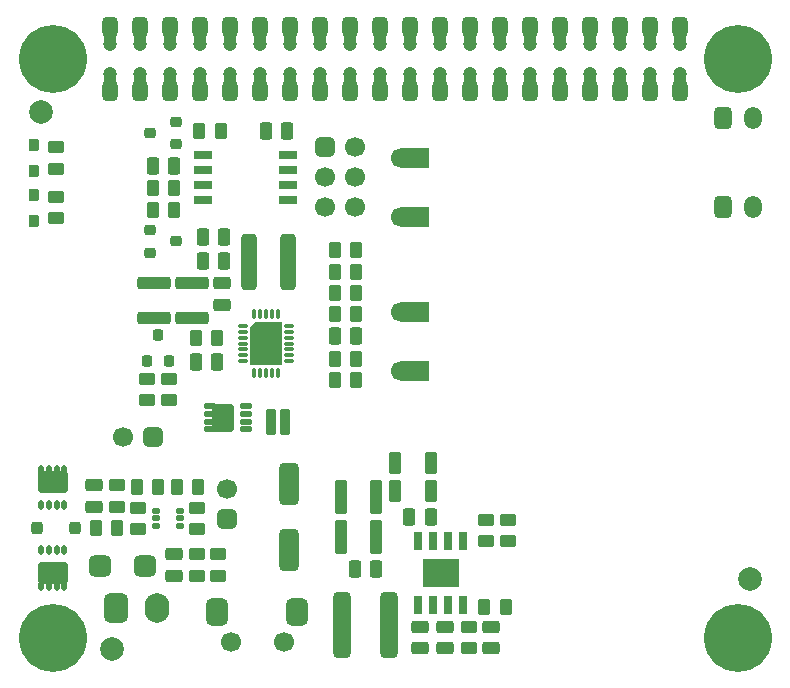
<source format=gts>
G04*
G04 #@! TF.GenerationSoftware,Altium Limited,Altium Designer,19.1.8 (144)*
G04*
G04 Layer_Color=20142*
%FSLAX25Y25*%
%MOIN*%
G70*
G01*
G75*
%ADD14R,0.03937X0.03268*%
G04:AMPARAMS|DCode=15|XSize=35.43mil|YSize=39.37mil|CornerRadius=9.84mil|HoleSize=0mil|Usage=FLASHONLY|Rotation=180.000|XOffset=0mil|YOffset=0mil|HoleType=Round|Shape=RoundedRectangle|*
%AMROUNDEDRECTD15*
21,1,0.03543,0.01968,0,0,180.0*
21,1,0.01575,0.03937,0,0,180.0*
1,1,0.01968,-0.00787,0.00984*
1,1,0.01968,0.00787,0.00984*
1,1,0.01968,0.00787,-0.00984*
1,1,0.01968,-0.00787,-0.00984*
%
%ADD15ROUNDEDRECTD15*%
G04:AMPARAMS|DCode=16|XSize=55.12mil|YSize=43.31mil|CornerRadius=11.81mil|HoleSize=0mil|Usage=FLASHONLY|Rotation=0.000|XOffset=0mil|YOffset=0mil|HoleType=Round|Shape=RoundedRectangle|*
%AMROUNDEDRECTD16*
21,1,0.05512,0.01968,0,0,0.0*
21,1,0.03150,0.04331,0,0,0.0*
1,1,0.02362,0.01575,-0.00984*
1,1,0.02362,-0.01575,-0.00984*
1,1,0.02362,-0.01575,0.00984*
1,1,0.02362,0.01575,0.00984*
%
%ADD16ROUNDEDRECTD16*%
G04:AMPARAMS|DCode=17|XSize=35.43mil|YSize=43.31mil|CornerRadius=9.84mil|HoleSize=0mil|Usage=FLASHONLY|Rotation=180.000|XOffset=0mil|YOffset=0mil|HoleType=Round|Shape=RoundedRectangle|*
%AMROUNDEDRECTD17*
21,1,0.03543,0.02362,0,0,180.0*
21,1,0.01575,0.04331,0,0,180.0*
1,1,0.01968,-0.00787,0.01181*
1,1,0.01968,0.00787,0.01181*
1,1,0.01968,0.00787,-0.01181*
1,1,0.01968,-0.00787,-0.01181*
%
%ADD17ROUNDEDRECTD17*%
G04:AMPARAMS|DCode=18|XSize=59.06mil|YSize=43.31mil|CornerRadius=11.81mil|HoleSize=0mil|Usage=FLASHONLY|Rotation=90.000|XOffset=0mil|YOffset=0mil|HoleType=Round|Shape=RoundedRectangle|*
%AMROUNDEDRECTD18*
21,1,0.05906,0.01968,0,0,90.0*
21,1,0.03543,0.04331,0,0,90.0*
1,1,0.02362,0.00984,0.01772*
1,1,0.02362,0.00984,-0.01772*
1,1,0.02362,-0.00984,-0.01772*
1,1,0.02362,-0.00984,0.01772*
%
%ADD18ROUNDEDRECTD18*%
G04:AMPARAMS|DCode=19|XSize=55.12mil|YSize=43.31mil|CornerRadius=11.81mil|HoleSize=0mil|Usage=FLASHONLY|Rotation=270.000|XOffset=0mil|YOffset=0mil|HoleType=Round|Shape=RoundedRectangle|*
%AMROUNDEDRECTD19*
21,1,0.05512,0.01968,0,0,270.0*
21,1,0.03150,0.04331,0,0,270.0*
1,1,0.02362,-0.00984,-0.01575*
1,1,0.02362,-0.00984,0.01575*
1,1,0.02362,0.00984,0.01575*
1,1,0.02362,0.00984,-0.01575*
%
%ADD19ROUNDEDRECTD19*%
G04:AMPARAMS|DCode=20|XSize=27.56mil|YSize=62.99mil|CornerRadius=7.87mil|HoleSize=0mil|Usage=FLASHONLY|Rotation=90.000|XOffset=0mil|YOffset=0mil|HoleType=Round|Shape=RoundedRectangle|*
%AMROUNDEDRECTD20*
21,1,0.02756,0.04724,0,0,90.0*
21,1,0.01181,0.06299,0,0,90.0*
1,1,0.01575,0.02362,0.00591*
1,1,0.01575,0.02362,-0.00591*
1,1,0.01575,-0.02362,-0.00591*
1,1,0.01575,-0.02362,0.00591*
%
%ADD20ROUNDEDRECTD20*%
G04:AMPARAMS|DCode=21|XSize=35.43mil|YSize=39.37mil|CornerRadius=9.84mil|HoleSize=0mil|Usage=FLASHONLY|Rotation=90.000|XOffset=0mil|YOffset=0mil|HoleType=Round|Shape=RoundedRectangle|*
%AMROUNDEDRECTD21*
21,1,0.03543,0.01968,0,0,90.0*
21,1,0.01575,0.03937,0,0,90.0*
1,1,0.01968,0.00984,0.00787*
1,1,0.01968,0.00984,-0.00787*
1,1,0.01968,-0.00984,-0.00787*
1,1,0.01968,-0.00984,0.00787*
%
%ADD21ROUNDEDRECTD21*%
%ADD22R,0.06299X0.10630*%
%ADD23O,0.01378X0.03347*%
%ADD24O,0.03347X0.01378*%
%ADD25R,0.12205X0.09449*%
G04:AMPARAMS|DCode=26|XSize=27.56mil|YSize=62.99mil|CornerRadius=7.87mil|HoleSize=0mil|Usage=FLASHONLY|Rotation=180.000|XOffset=0mil|YOffset=0mil|HoleType=Round|Shape=RoundedRectangle|*
%AMROUNDEDRECTD26*
21,1,0.02756,0.04724,0,0,180.0*
21,1,0.01181,0.06299,0,0,180.0*
1,1,0.01575,-0.00591,0.02362*
1,1,0.01575,0.00591,0.02362*
1,1,0.01575,0.00591,-0.02362*
1,1,0.01575,-0.00591,-0.02362*
%
%ADD26ROUNDEDRECTD26*%
G04:AMPARAMS|DCode=27|XSize=19.68mil|YSize=43.31mil|CornerRadius=5.91mil|HoleSize=0mil|Usage=FLASHONLY|Rotation=270.000|XOffset=0mil|YOffset=0mil|HoleType=Round|Shape=RoundedRectangle|*
%AMROUNDEDRECTD27*
21,1,0.01968,0.03150,0,0,270.0*
21,1,0.00787,0.04331,0,0,270.0*
1,1,0.01181,-0.01575,-0.00394*
1,1,0.01181,-0.01575,0.00394*
1,1,0.01181,0.01575,0.00394*
1,1,0.01181,0.01575,-0.00394*
%
%ADD27ROUNDEDRECTD27*%
G04:AMPARAMS|DCode=28|XSize=19.68mil|YSize=39.37mil|CornerRadius=5.91mil|HoleSize=0mil|Usage=FLASHONLY|Rotation=90.000|XOffset=0mil|YOffset=0mil|HoleType=Round|Shape=RoundedRectangle|*
%AMROUNDEDRECTD28*
21,1,0.01968,0.02756,0,0,90.0*
21,1,0.00787,0.03937,0,0,90.0*
1,1,0.01181,0.01378,0.00394*
1,1,0.01181,0.01378,-0.00394*
1,1,0.01181,-0.01378,-0.00394*
1,1,0.01181,-0.01378,0.00394*
%
%ADD28ROUNDEDRECTD28*%
G04:AMPARAMS|DCode=29|XSize=90.55mil|YSize=72.84mil|CornerRadius=5.41mil|HoleSize=0mil|Usage=FLASHONLY|Rotation=90.000|XOffset=0mil|YOffset=0mil|HoleType=Round|Shape=RoundedRectangle|*
%AMROUNDEDRECTD29*
21,1,0.09055,0.06201,0,0,90.0*
21,1,0.07972,0.07284,0,0,90.0*
1,1,0.01083,0.03100,0.03986*
1,1,0.01083,0.03100,-0.03986*
1,1,0.01083,-0.03100,-0.03986*
1,1,0.01083,-0.03100,0.03986*
%
%ADD29ROUNDEDRECTD29*%
%ADD30C,0.07874*%
G04:AMPARAMS|DCode=31|XSize=66.93mil|YSize=141.73mil|CornerRadius=17.72mil|HoleSize=0mil|Usage=FLASHONLY|Rotation=0.000|XOffset=0mil|YOffset=0mil|HoleType=Round|Shape=RoundedRectangle|*
%AMROUNDEDRECTD31*
21,1,0.06693,0.10630,0,0,0.0*
21,1,0.03150,0.14173,0,0,0.0*
1,1,0.03543,0.01575,-0.05315*
1,1,0.03543,-0.01575,-0.05315*
1,1,0.03543,-0.01575,0.05315*
1,1,0.03543,0.01575,0.05315*
%
%ADD31ROUNDEDRECTD31*%
G04:AMPARAMS|DCode=32|XSize=70.87mil|YSize=74.8mil|CornerRadius=18.7mil|HoleSize=0mil|Usage=FLASHONLY|Rotation=270.000|XOffset=0mil|YOffset=0mil|HoleType=Round|Shape=RoundedRectangle|*
%AMROUNDEDRECTD32*
21,1,0.07087,0.03740,0,0,270.0*
21,1,0.03347,0.07480,0,0,270.0*
1,1,0.03740,-0.01870,-0.01673*
1,1,0.03740,-0.01870,0.01673*
1,1,0.03740,0.01870,0.01673*
1,1,0.03740,0.01870,-0.01673*
%
%ADD32ROUNDEDRECTD32*%
G04:AMPARAMS|DCode=33|XSize=59.06mil|YSize=43.31mil|CornerRadius=11.81mil|HoleSize=0mil|Usage=FLASHONLY|Rotation=0.000|XOffset=0mil|YOffset=0mil|HoleType=Round|Shape=RoundedRectangle|*
%AMROUNDEDRECTD33*
21,1,0.05906,0.01968,0,0,0.0*
21,1,0.03543,0.04331,0,0,0.0*
1,1,0.02362,0.01772,-0.00984*
1,1,0.02362,-0.01772,-0.00984*
1,1,0.02362,-0.01772,0.00984*
1,1,0.02362,0.01772,0.00984*
%
%ADD33ROUNDEDRECTD33*%
G04:AMPARAMS|DCode=34|XSize=39.37mil|YSize=41.34mil|CornerRadius=10.83mil|HoleSize=0mil|Usage=FLASHONLY|Rotation=0.000|XOffset=0mil|YOffset=0mil|HoleType=Round|Shape=RoundedRectangle|*
%AMROUNDEDRECTD34*
21,1,0.03937,0.01968,0,0,0.0*
21,1,0.01772,0.04134,0,0,0.0*
1,1,0.02165,0.00886,-0.00984*
1,1,0.02165,-0.00886,-0.00984*
1,1,0.02165,-0.00886,0.00984*
1,1,0.02165,0.00886,0.00984*
%
%ADD34ROUNDEDRECTD34*%
G04:AMPARAMS|DCode=35|XSize=98.43mil|YSize=70.87mil|CornerRadius=5.32mil|HoleSize=0mil|Usage=FLASHONLY|Rotation=180.000|XOffset=0mil|YOffset=0mil|HoleType=Round|Shape=RoundedRectangle|*
%AMROUNDEDRECTD35*
21,1,0.09843,0.06024,0,0,180.0*
21,1,0.08780,0.07087,0,0,180.0*
1,1,0.01063,-0.04390,0.03012*
1,1,0.01063,0.04390,0.03012*
1,1,0.01063,0.04390,-0.03012*
1,1,0.01063,-0.04390,-0.03012*
%
%ADD35ROUNDEDRECTD35*%
G04:AMPARAMS|DCode=36|XSize=19.68mil|YSize=31.5mil|CornerRadius=5.91mil|HoleSize=0mil|Usage=FLASHONLY|Rotation=180.000|XOffset=0mil|YOffset=0mil|HoleType=Round|Shape=RoundedRectangle|*
%AMROUNDEDRECTD36*
21,1,0.01968,0.01968,0,0,180.0*
21,1,0.00787,0.03150,0,0,180.0*
1,1,0.01181,-0.00394,0.00984*
1,1,0.01181,0.00394,0.00984*
1,1,0.01181,0.00394,-0.00984*
1,1,0.01181,-0.00394,-0.00984*
%
%ADD36ROUNDEDRECTD36*%
G04:AMPARAMS|DCode=37|XSize=19.68mil|YSize=27.56mil|CornerRadius=5.91mil|HoleSize=0mil|Usage=FLASHONLY|Rotation=270.000|XOffset=0mil|YOffset=0mil|HoleType=Round|Shape=RoundedRectangle|*
%AMROUNDEDRECTD37*
21,1,0.01968,0.01575,0,0,270.0*
21,1,0.00787,0.02756,0,0,270.0*
1,1,0.01181,-0.00787,-0.00394*
1,1,0.01181,-0.00787,0.00394*
1,1,0.01181,0.00787,0.00394*
1,1,0.01181,0.00787,-0.00394*
%
%ADD37ROUNDEDRECTD37*%
G04:AMPARAMS|DCode=38|XSize=114.17mil|YSize=43.31mil|CornerRadius=11.81mil|HoleSize=0mil|Usage=FLASHONLY|Rotation=0.000|XOffset=0mil|YOffset=0mil|HoleType=Round|Shape=RoundedRectangle|*
%AMROUNDEDRECTD38*
21,1,0.11417,0.01968,0,0,0.0*
21,1,0.09055,0.04331,0,0,0.0*
1,1,0.02362,0.04528,-0.00984*
1,1,0.02362,-0.04528,-0.00984*
1,1,0.02362,-0.04528,0.00984*
1,1,0.02362,0.04528,0.00984*
%
%ADD38ROUNDEDRECTD38*%
G04:AMPARAMS|DCode=39|XSize=114.17mil|YSize=43.31mil|CornerRadius=11.81mil|HoleSize=0mil|Usage=FLASHONLY|Rotation=270.000|XOffset=0mil|YOffset=0mil|HoleType=Round|Shape=RoundedRectangle|*
%AMROUNDEDRECTD39*
21,1,0.11417,0.01968,0,0,270.0*
21,1,0.09055,0.04331,0,0,270.0*
1,1,0.02362,-0.00984,-0.04528*
1,1,0.02362,-0.00984,0.04528*
1,1,0.02362,0.00984,0.04528*
1,1,0.02362,0.00984,-0.04528*
%
%ADD39ROUNDEDRECTD39*%
G04:AMPARAMS|DCode=40|XSize=74.8mil|YSize=43.31mil|CornerRadius=11.81mil|HoleSize=0mil|Usage=FLASHONLY|Rotation=90.000|XOffset=0mil|YOffset=0mil|HoleType=Round|Shape=RoundedRectangle|*
%AMROUNDEDRECTD40*
21,1,0.07480,0.01968,0,0,90.0*
21,1,0.05118,0.04331,0,0,90.0*
1,1,0.02362,0.00984,0.02559*
1,1,0.02362,0.00984,-0.02559*
1,1,0.02362,-0.00984,-0.02559*
1,1,0.02362,-0.00984,0.02559*
%
%ADD40ROUNDEDRECTD40*%
G04:AMPARAMS|DCode=41|XSize=59.06mil|YSize=220.47mil|CornerRadius=15.75mil|HoleSize=0mil|Usage=FLASHONLY|Rotation=180.000|XOffset=0mil|YOffset=0mil|HoleType=Round|Shape=RoundedRectangle|*
%AMROUNDEDRECTD41*
21,1,0.05906,0.18898,0,0,180.0*
21,1,0.02756,0.22047,0,0,180.0*
1,1,0.03150,-0.01378,0.09449*
1,1,0.03150,0.01378,0.09449*
1,1,0.03150,0.01378,-0.09449*
1,1,0.03150,-0.01378,-0.09449*
%
%ADD41ROUNDEDRECTD41*%
G04:AMPARAMS|DCode=42|XSize=66.93mil|YSize=51.18mil|CornerRadius=13.78mil|HoleSize=0mil|Usage=FLASHONLY|Rotation=90.000|XOffset=0mil|YOffset=0mil|HoleType=Round|Shape=RoundedRectangle|*
%AMROUNDEDRECTD42*
21,1,0.06693,0.02362,0,0,90.0*
21,1,0.03937,0.05118,0,0,90.0*
1,1,0.02756,0.01181,0.01968*
1,1,0.02756,0.01181,-0.01968*
1,1,0.02756,-0.01181,-0.01968*
1,1,0.02756,-0.01181,0.01968*
%
%ADD42ROUNDEDRECTD42*%
G04:AMPARAMS|DCode=43|XSize=51.18mil|YSize=188.98mil|CornerRadius=13.78mil|HoleSize=0mil|Usage=FLASHONLY|Rotation=180.000|XOffset=0mil|YOffset=0mil|HoleType=Round|Shape=RoundedRectangle|*
%AMROUNDEDRECTD43*
21,1,0.05118,0.16142,0,0,180.0*
21,1,0.02362,0.18898,0,0,180.0*
1,1,0.02756,-0.01181,0.08071*
1,1,0.02756,0.01181,0.08071*
1,1,0.02756,0.01181,-0.08071*
1,1,0.02756,-0.01181,-0.08071*
%
%ADD43ROUNDEDRECTD43*%
G04:AMPARAMS|DCode=44|XSize=86.61mil|YSize=35.43mil|CornerRadius=9.84mil|HoleSize=0mil|Usage=FLASHONLY|Rotation=270.000|XOffset=0mil|YOffset=0mil|HoleType=Round|Shape=RoundedRectangle|*
%AMROUNDEDRECTD44*
21,1,0.08661,0.01575,0,0,270.0*
21,1,0.06693,0.03543,0,0,270.0*
1,1,0.01968,-0.00787,-0.03347*
1,1,0.01968,-0.00787,0.03347*
1,1,0.01968,0.00787,0.03347*
1,1,0.01968,0.00787,-0.03347*
%
%ADD44ROUNDEDRECTD44*%
%ADD45R,0.09646X0.06693*%
%ADD46C,0.06693*%
G04:AMPARAMS|DCode=47|XSize=66.93mil|YSize=66.93mil|CornerRadius=17.72mil|HoleSize=0mil|Usage=FLASHONLY|Rotation=0.000|XOffset=0mil|YOffset=0mil|HoleType=Round|Shape=RoundedRectangle|*
%AMROUNDEDRECTD47*
21,1,0.06693,0.03150,0,0,0.0*
21,1,0.03150,0.06693,0,0,0.0*
1,1,0.03543,0.01575,-0.01575*
1,1,0.03543,-0.01575,-0.01575*
1,1,0.03543,-0.01575,0.01575*
1,1,0.03543,0.01575,0.01575*
%
%ADD47ROUNDEDRECTD47*%
G04:AMPARAMS|DCode=48|XSize=74.8mil|YSize=90.55mil|CornerRadius=19.68mil|HoleSize=0mil|Usage=FLASHONLY|Rotation=180.000|XOffset=0mil|YOffset=0mil|HoleType=Round|Shape=RoundedRectangle|*
%AMROUNDEDRECTD48*
21,1,0.07480,0.05118,0,0,180.0*
21,1,0.03543,0.09055,0,0,180.0*
1,1,0.03937,-0.01772,0.02559*
1,1,0.03937,0.01772,0.02559*
1,1,0.03937,0.01772,-0.02559*
1,1,0.03937,-0.01772,-0.02559*
%
%ADD48ROUNDEDRECTD48*%
G04:AMPARAMS|DCode=49|XSize=59.06mil|YSize=74.8mil|CornerRadius=15.75mil|HoleSize=0mil|Usage=FLASHONLY|Rotation=0.000|XOffset=0mil|YOffset=0mil|HoleType=Round|Shape=RoundedRectangle|*
%AMROUNDEDRECTD49*
21,1,0.05906,0.04331,0,0,0.0*
21,1,0.02756,0.07480,0,0,0.0*
1,1,0.03150,0.01378,-0.02165*
1,1,0.03150,-0.01378,-0.02165*
1,1,0.03150,-0.01378,0.02165*
1,1,0.03150,0.01378,0.02165*
%
%ADD49ROUNDEDRECTD49*%
%ADD50O,0.05906X0.07480*%
%ADD51C,0.04724*%
%ADD52O,0.08268X0.09843*%
G04:AMPARAMS|DCode=53|XSize=82.68mil|YSize=98.43mil|CornerRadius=21.65mil|HoleSize=0mil|Usage=FLASHONLY|Rotation=0.000|XOffset=0mil|YOffset=0mil|HoleType=Round|Shape=RoundedRectangle|*
%AMROUNDEDRECTD53*
21,1,0.08268,0.05512,0,0,0.0*
21,1,0.03937,0.09843,0,0,0.0*
1,1,0.04331,0.01968,-0.02756*
1,1,0.04331,-0.01968,-0.02756*
1,1,0.04331,-0.01968,0.02756*
1,1,0.04331,0.01968,0.02756*
%
%ADD53ROUNDEDRECTD53*%
%ADD54C,0.22638*%
%ADD55C,0.02756*%
%ADD56C,0.02362*%
G36*
X89764Y119095D02*
X89803Y119095D01*
X89803D01*
X89803D01*
X89818Y119094D01*
X89842Y119092D01*
X89842Y119092D01*
X89842D01*
X89879Y119080D01*
X89951Y119050D01*
X89973Y119038D01*
X89985Y119032D01*
X90015Y119008D01*
X90070Y118952D01*
X90095Y118922D01*
X90113Y118888D01*
X90143Y118816D01*
X90155Y118779D01*
X90158Y118740D01*
Y118740D01*
Y118740D01*
Y118701D01*
X90158Y104921D01*
X90158Y104921D01*
X90158Y104882D01*
Y104882D01*
Y104882D01*
X90157Y104867D01*
X90155Y104844D01*
X90155Y104843D01*
Y104843D01*
X90143Y104806D01*
X90113Y104734D01*
X90101Y104712D01*
X90095Y104700D01*
X90070Y104670D01*
X90015Y104614D01*
X89985Y104590D01*
X89951Y104572D01*
X89879Y104542D01*
X89842Y104530D01*
X89803Y104527D01*
X89803D01*
X89803D01*
X79921D01*
X79921Y104527D01*
X79882Y104527D01*
X79844Y104530D01*
X79843Y104530D01*
X79843D01*
X79816Y104539D01*
X79806Y104542D01*
X79806D01*
X79806Y104542D01*
X79734Y104572D01*
X79700Y104590D01*
X79689Y104599D01*
X79670Y104614D01*
X79615Y104670D01*
X79615Y104670D01*
X79615Y104670D01*
X79608Y104678D01*
X79590Y104700D01*
X79579Y104720D01*
X79572Y104734D01*
X79542Y104806D01*
X79536Y104826D01*
X79530Y104843D01*
X79527Y104882D01*
Y104921D01*
X79527Y117323D01*
X79527Y117323D01*
X79530Y117361D01*
X79542Y117399D01*
X79560Y117433D01*
X79571Y117446D01*
X79584Y117463D01*
X79584Y117463D01*
X81159Y119037D01*
X81159Y119037D01*
X81184Y119058D01*
X81189Y119062D01*
X81205Y119070D01*
X81223Y119080D01*
X81261Y119091D01*
X81268Y119092D01*
X81299Y119095D01*
X81299Y119095D01*
X89764Y119095D01*
X89764Y119095D01*
D02*
G37*
D14*
X32953Y213327D02*
D03*
X42953D02*
D03*
X52953D02*
D03*
X62953D02*
D03*
X72953D02*
D03*
X82953D02*
D03*
X92953D02*
D03*
X102953D02*
D03*
X112953D02*
D03*
X122953D02*
D03*
X132952Y213327D02*
D03*
X142953D02*
D03*
X152953D02*
D03*
X162952D02*
D03*
X172952D02*
D03*
X182952D02*
D03*
X192953D02*
D03*
X202953D02*
D03*
X212953D02*
D03*
X222953D02*
D03*
X222953Y200059D02*
D03*
X212953D02*
D03*
X202953D02*
D03*
X192953D02*
D03*
X182953D02*
D03*
X172953D02*
D03*
X162953D02*
D03*
X152953D02*
D03*
X142953D02*
D03*
X132953D02*
D03*
X122953Y200059D02*
D03*
X112953D02*
D03*
X102953D02*
D03*
X92953D02*
D03*
X82953D02*
D03*
X72953D02*
D03*
X62953D02*
D03*
X52953D02*
D03*
X42953D02*
D03*
X32953D02*
D03*
D15*
X45079Y105905D02*
D03*
X52559D02*
D03*
X48819Y114567D02*
D03*
D16*
X45276Y100000D02*
D03*
Y92913D02*
D03*
X52362Y100000D02*
D03*
Y92913D02*
D03*
X165354Y46063D02*
D03*
Y53150D02*
D03*
X158268Y46063D02*
D03*
Y53150D02*
D03*
X61811Y34449D02*
D03*
Y41535D02*
D03*
X68898Y41535D02*
D03*
Y34449D02*
D03*
X35039Y57480D02*
D03*
Y64567D02*
D03*
X42323Y57087D02*
D03*
Y50000D02*
D03*
X62008Y50000D02*
D03*
Y57087D02*
D03*
X14961Y177165D02*
D03*
Y170079D02*
D03*
X14961Y153543D02*
D03*
Y160630D02*
D03*
X152362Y10236D02*
D03*
Y17323D02*
D03*
D17*
X7480Y161418D02*
D03*
Y152756D02*
D03*
Y169292D02*
D03*
Y177953D02*
D03*
D18*
X91929Y182677D02*
D03*
X84842D02*
D03*
X47048Y171063D02*
D03*
X54134D02*
D03*
X139763Y53937D02*
D03*
X132677D02*
D03*
X70866Y147244D02*
D03*
X63779D02*
D03*
Y139370D02*
D03*
X70866D02*
D03*
X114961Y114173D02*
D03*
X107874D02*
D03*
X121654Y36614D02*
D03*
X114567D02*
D03*
X61417Y105709D02*
D03*
X68504D02*
D03*
D19*
X69685Y182677D02*
D03*
X62598D02*
D03*
X47047Y156496D02*
D03*
X54134D02*
D03*
X54134Y163583D02*
D03*
X47047D02*
D03*
X41732Y63976D02*
D03*
X48819D02*
D03*
X35236Y50394D02*
D03*
X28150D02*
D03*
X62205Y63976D02*
D03*
X55118D02*
D03*
X107874Y135827D02*
D03*
X114961D02*
D03*
X114961Y142913D02*
D03*
X107874D02*
D03*
X68504Y113583D02*
D03*
X61417D02*
D03*
X107874Y128740D02*
D03*
X114961D02*
D03*
X107874Y121653D02*
D03*
X114961D02*
D03*
X107874Y106693D02*
D03*
X114961D02*
D03*
X114961Y99606D02*
D03*
X107874D02*
D03*
X157677Y24016D02*
D03*
X164764D02*
D03*
D20*
X92126Y159823D02*
D03*
Y164823D02*
D03*
Y169823D02*
D03*
Y174823D02*
D03*
X63779Y159823D02*
D03*
Y164823D02*
D03*
Y169823D02*
D03*
Y174823D02*
D03*
D21*
X54921Y145866D02*
D03*
X46260Y142126D02*
D03*
Y149606D02*
D03*
X46260Y182087D02*
D03*
X54921Y185827D02*
D03*
Y178346D02*
D03*
D22*
X84842Y111811D02*
D03*
D23*
X80905Y121555D02*
D03*
X82874D02*
D03*
X84842D02*
D03*
X86811D02*
D03*
X88779D02*
D03*
Y102067D02*
D03*
X86811D02*
D03*
X84842D02*
D03*
X82874D02*
D03*
X80905D02*
D03*
D24*
X92618Y117717D02*
D03*
Y115748D02*
D03*
Y113779D02*
D03*
Y111811D02*
D03*
Y109843D02*
D03*
Y107874D02*
D03*
Y105905D02*
D03*
X77067D02*
D03*
Y107874D02*
D03*
Y109843D02*
D03*
Y111811D02*
D03*
Y113779D02*
D03*
Y115748D02*
D03*
Y117717D02*
D03*
D25*
X143111Y35433D02*
D03*
D26*
X135610Y24803D02*
D03*
X140610D02*
D03*
X145610D02*
D03*
X150610D02*
D03*
X135610Y46063D02*
D03*
X140610D02*
D03*
X145610D02*
D03*
X150610D02*
D03*
D27*
X78347Y88287D02*
D03*
Y83169D02*
D03*
Y85728D02*
D03*
Y90847D02*
D03*
D28*
X66339Y83169D02*
D03*
Y88287D02*
D03*
Y90847D02*
D03*
Y85728D02*
D03*
D29*
X70669Y87008D02*
D03*
D30*
X246063Y33465D02*
D03*
X33465Y9843D02*
D03*
X9843Y188976D02*
D03*
D31*
X92520Y42913D02*
D03*
Y64961D02*
D03*
D32*
X44488Y37795D02*
D03*
X29528D02*
D03*
D33*
X54331Y41536D02*
D03*
Y34449D02*
D03*
X27559Y57480D02*
D03*
Y64567D02*
D03*
X159843Y10237D02*
D03*
Y17323D02*
D03*
X70079Y131890D02*
D03*
Y124803D02*
D03*
X144488Y10236D02*
D03*
Y17323D02*
D03*
X136221Y17323D02*
D03*
Y10237D02*
D03*
D34*
X21260Y50394D02*
D03*
X8661D02*
D03*
D35*
X13780Y35236D02*
D03*
X13780Y65551D02*
D03*
D36*
X15059Y31102D02*
D03*
X9941D02*
D03*
X12500D02*
D03*
X17618D02*
D03*
X9941Y42913D02*
D03*
X15059D02*
D03*
X17618D02*
D03*
X12500D02*
D03*
X12500Y69685D02*
D03*
X17618D02*
D03*
X15059D02*
D03*
X9941D02*
D03*
X17618Y57874D02*
D03*
X12500D02*
D03*
X9941D02*
D03*
X15059D02*
D03*
D37*
X48228Y53543D02*
D03*
Y50984D02*
D03*
Y56102D02*
D03*
X56102D02*
D03*
Y53543D02*
D03*
Y50984D02*
D03*
D38*
X47638Y132087D02*
D03*
Y120276D02*
D03*
X60236Y132087D02*
D03*
Y120276D02*
D03*
D39*
X121653Y60630D02*
D03*
X109843D02*
D03*
X121653Y47244D02*
D03*
X109843D02*
D03*
D40*
X139764Y72047D02*
D03*
X127953D02*
D03*
X139764Y62598D02*
D03*
X127953D02*
D03*
D41*
X125984Y18110D02*
D03*
X110236D02*
D03*
D42*
X222953Y217323D02*
D03*
Y196063D02*
D03*
X212953Y217323D02*
D03*
Y196063D02*
D03*
X202953Y217323D02*
D03*
Y196063D02*
D03*
X192953Y217323D02*
D03*
Y196063D02*
D03*
X182953Y217323D02*
D03*
Y196063D02*
D03*
X172953Y217323D02*
D03*
Y196063D02*
D03*
X162953Y217323D02*
D03*
Y196063D02*
D03*
X152953Y217323D02*
D03*
Y196063D02*
D03*
X142953Y217323D02*
D03*
Y196063D02*
D03*
X132953Y217323D02*
D03*
Y196063D02*
D03*
X122953Y217323D02*
D03*
Y196063D02*
D03*
X112953Y217323D02*
D03*
Y196063D02*
D03*
X102953Y217323D02*
D03*
Y196063D02*
D03*
X92953Y217323D02*
D03*
Y196063D02*
D03*
X82953Y217323D02*
D03*
Y196063D02*
D03*
X72953Y217323D02*
D03*
Y196063D02*
D03*
X62953Y217323D02*
D03*
Y196063D02*
D03*
X52953Y217323D02*
D03*
Y196063D02*
D03*
X42953Y217323D02*
D03*
Y196063D02*
D03*
X32953Y217323D02*
D03*
Y196063D02*
D03*
D43*
X92323Y138976D02*
D03*
X79331D02*
D03*
D44*
X91339Y85827D02*
D03*
X86614D02*
D03*
D45*
X134547Y102559D02*
D03*
Y173819D02*
D03*
Y154134D02*
D03*
Y122244D02*
D03*
D46*
X114450Y177323D02*
D03*
X104449Y167323D02*
D03*
X114450D02*
D03*
Y157323D02*
D03*
X104449D02*
D03*
X71850Y63267D02*
D03*
X90748Y12402D02*
D03*
X73032D02*
D03*
X129921Y122244D02*
D03*
Y102559D02*
D03*
Y173819D02*
D03*
Y154134D02*
D03*
X37244Y80709D02*
D03*
D47*
X104449Y177323D02*
D03*
X71850Y53267D02*
D03*
X47244Y80709D02*
D03*
D48*
X95276Y22244D02*
D03*
X68504D02*
D03*
D49*
X237126Y157480D02*
D03*
Y187008D02*
D03*
D50*
X247126Y157480D02*
D03*
Y187008D02*
D03*
D51*
X212953Y211693D02*
D03*
X202953D02*
D03*
X172953D02*
D03*
X162953D02*
D03*
X132953D02*
D03*
X122953D02*
D03*
X92953D02*
D03*
X82953D02*
D03*
X52953D02*
D03*
X42953D02*
D03*
X222953D02*
D03*
X182953D02*
D03*
X192953D02*
D03*
X142953D02*
D03*
X152953D02*
D03*
X102953D02*
D03*
X112953D02*
D03*
X72953D02*
D03*
X62953D02*
D03*
X32953D02*
D03*
X212953Y201693D02*
D03*
X202953D02*
D03*
X172953D02*
D03*
X162953D02*
D03*
X132953D02*
D03*
X122953D02*
D03*
X92953D02*
D03*
X82953D02*
D03*
X52953D02*
D03*
X42953D02*
D03*
X222953D02*
D03*
X182953D02*
D03*
X192953D02*
D03*
X142953D02*
D03*
X152953D02*
D03*
X102953D02*
D03*
X112953D02*
D03*
X72953D02*
D03*
X62953D02*
D03*
X32953D02*
D03*
D52*
X48622Y23622D02*
D03*
D53*
X34843D02*
D03*
D54*
X242126Y206693D02*
D03*
Y13780D02*
D03*
X13780Y206693D02*
D03*
Y13780D02*
D03*
D55*
X82677Y116142D02*
D03*
X87008Y107480D02*
D03*
X82677D02*
D03*
X87008Y111811D02*
D03*
X82677D02*
D03*
X87008Y116142D02*
D03*
D56*
X143110Y37992D02*
D03*
Y32874D02*
D03*
X147835D02*
D03*
X138386Y37992D02*
D03*
X147835D02*
D03*
X138386Y32874D02*
D03*
M02*

</source>
